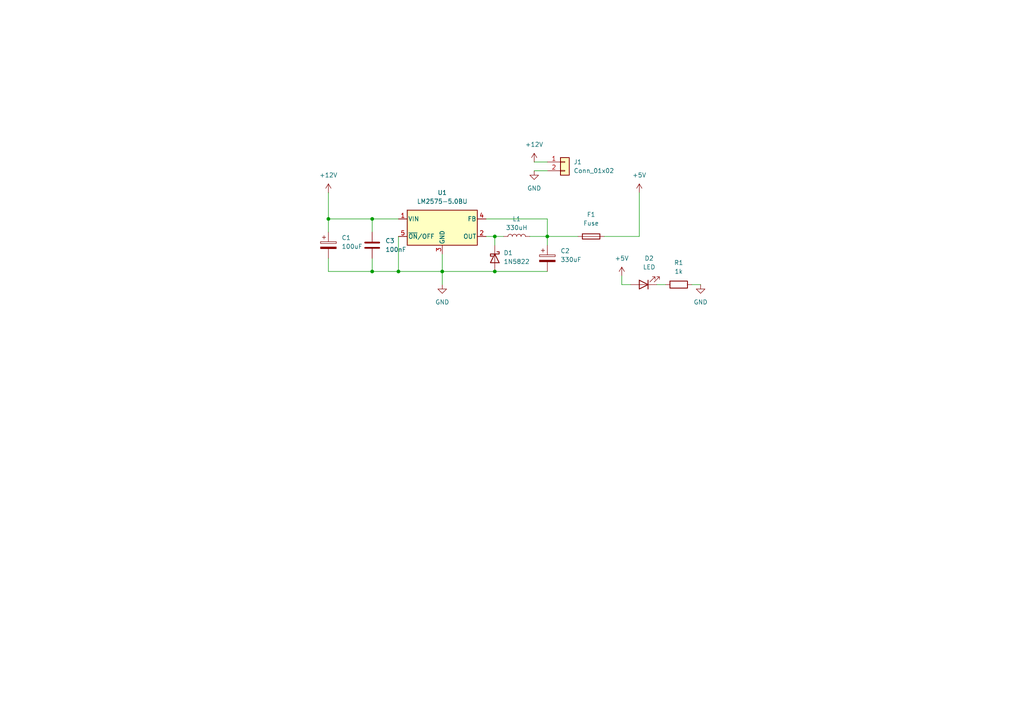
<source format=kicad_sch>
(kicad_sch (version 20250114) (generator "eeschema") (generator_version "9.0")
  (paper "A4")
  (lib_symbols
    (symbol "Connector_Generic:Conn_01x02" (pin_names (offset 1.016) (hide yes))
      (property "Reference" "J" (at 0 2.54 0))
      (property "Value" "Conn_01x02" (at 0 -5.08 0))
      (symbol "Conn_01x02_1_1"
        (rectangle (start -1.27 1.27) (end 1.27 -3.81) (stroke (width 0.254)) (fill (type background)))
        (rectangle (start -1.27 0.127) (end 0 -0.127) (stroke (width 0.1524)))
        (rectangle (start -1.27 -2.413) (end 0 -2.667) (stroke (width 0.1524)))
        (pin passive line (at -5.08 0 0) (length 3.81) (name "Pin_1") (number "1"))
        (pin passive line (at -5.08 -2.54 0) (length 3.81) (name "Pin_2") (number "2"))
      )
    )
    (symbol "Device:C" (pin_numbers (hide yes)) (pin_names (offset 0.254))
      (property "Reference" "C" (at 0.635 2.54 0))
      (property "Value" "C" (at 0.635 -2.54 0))
      (symbol "C_0_1"
        (polyline (pts (xy -2.032 0.762) (xy 2.032 0.762)) (stroke (width 0.508)))
        (polyline (pts (xy -2.032 -0.762) (xy 2.032 -0.762)) (stroke (width 0.508)))
      )
      (symbol "C_1_1"
        (pin passive line (at 0 3.81 270) (length 2.794) (name "~") (number "1"))
        (pin passive line (at 0 -3.81 90) (length 2.794) (name "~") (number "2"))
      )
    )
    (symbol "Device:C_Polarized" (pin_numbers (hide yes)) (pin_names (offset 0.254))
      (property "Reference" "C" (at 0.635 2.54 0))
      (property "Value" "C_Polarized" (at 0.635 -2.54 0))
      (symbol "C_Polarized_0_1"
        (rectangle (start -2.286 0.508) (end 2.286 1.016))
        (polyline (pts (xy -1.778 2.286) (xy -0.762 2.286)))
        (polyline (pts (xy -1.27 2.794) (xy -1.27 1.778)))
        (rectangle (start 2.286 -0.508) (end -2.286 -1.016) (fill (type outline)))
      )
      (symbol "C_Polarized_1_1"
        (pin passive line (at 0 3.81 270) (length 2.794) (name "~") (number "1"))
        (pin passive line (at 0 -3.81 90) (length 2.794) (name "~") (number "2"))
      )
    )
    (symbol "Device:Fuse" (pin_numbers (hide yes)) (pin_names (offset 0))
      (property "Reference" "F" (at 2.032 0 90))
      (property "Value" "Fuse" (at -1.905 0 90))
      (symbol "Fuse_0_1"
        (rectangle (start -0.762 -2.54) (end 0.762 2.54) (stroke (width 0.254)))
        (polyline (pts (xy 0 2.54) (xy 0 -2.54)))
      )
      (symbol "Fuse_1_1"
        (pin passive line (at 0 3.81 270) (length 1.27) (name "~") (number "1"))
        (pin passive line (at 0 -3.81 90) (length 1.27) (name "~") (number "2"))
      )
    )
    (symbol "Device:L" (pin_numbers (hide yes)) (pin_names (offset 1.016) (hide yes))
      (property "Reference" "L" (at -1.27 0 90))
      (property "Value" "L" (at 1.905 0 90))
      (symbol "L_0_1"
        (arc (start 0 2.54) (mid 0.6323 1.905) (end 0 1.27))
        (arc (start 0 1.27) (mid 0.6323 0.635) (end 0 0))
        (arc (start 0 0) (mid 0.6323 -0.635) (end 0 -1.27))
        (arc (start 0 -1.27) (mid 0.6323 -1.905) (end 0 -2.54))
      )
      (symbol "L_1_1"
        (pin passive line (at 0 3.81 270) (length 1.27) (name "1") (number "1"))
        (pin passive line (at 0 -3.81 90) (length 1.27) (name "2") (number "2"))
      )
    )
    (symbol "Device:LED" (pin_numbers (hide yes)) (pin_names (offset 1.016) (hide yes))
      (property "Reference" "D" (at 0 2.54 0))
      (property "Value" "LED" (at 0 -2.54 0))
      (symbol "LED_0_1"
        (polyline (pts (xy -3.048 -0.762) (xy -4.572 -2.286) (xy -3.81 -2.286) (xy -4.572 -2.286) (xy -4.572 -1.524)))
        (polyline (pts (xy -1.778 -0.762) (xy -3.302 -2.286) (xy -2.54 -2.286) (xy -3.302 -2.286) (xy -3.302 -1.524)))
        (polyline (pts (xy -1.27 0) (xy 1.27 0)))
        (polyline (pts (xy -1.27 -1.27) (xy -1.27 1.27)) (stroke (width 0.254)))
        (polyline (pts (xy 1.27 -1.27) (xy 1.27 1.27) (xy -1.27 0) (xy 1.27 -1.27)) (stroke (width 0.254)))
      )
      (symbol "LED_1_1"
        (pin passive line (at -3.81 0 0) (length 2.54) (name "K") (number "1"))
        (pin passive line (at 3.81 0 180) (length 2.54) (name "A") (number "2"))
      )
    )
    (symbol "Device:R" (pin_numbers (hide yes)) (pin_names (offset 0))
      (property "Reference" "R" (at 2.032 0 90))
      (property "Value" "R" (at 0 0 90))
      (symbol "R_0_1"
        (rectangle (start -1.016 -2.54) (end 1.016 2.54) (stroke (width 0.254)))
      )
      (symbol "R_1_1"
        (pin passive line (at 0 3.81 270) (length 1.27) (name "~") (number "1"))
        (pin passive line (at 0 -3.81 90) (length 1.27) (name "~") (number "2"))
      )
    )
    (symbol "Diode:1N5822" (pin_numbers (hide yes)) (pin_names (offset 1.016) (hide yes))
      (property "Reference" "D" (at 0 2.54 0))
      (property "Value" "1N5822" (at 0 -2.54 0))
      (symbol "1N5822_0_1"
        (polyline (pts (xy -1.905 0.635) (xy -1.905 1.27) (xy -1.27 1.27) (xy -1.27 -1.27) (xy -0.635 -1.27) (xy -0.635 -0.635)) (stroke (width 0.254)))
        (polyline (pts (xy 1.27 1.27) (xy 1.27 -1.27) (xy -1.27 0) (xy 1.27 1.27)) (stroke (width 0.254)))
        (polyline (pts (xy 1.27 0) (xy -1.27 0)))
      )
      (symbol "1N5822_1_1"
        (pin passive line (at -3.81 0 0) (length 2.54) (name "K") (number "1"))
        (pin passive line (at 3.81 0 180) (length 2.54) (name "A") (number "2"))
      )
    )
    (symbol "Regulator_Switching:LM2575-5.0BU" (pin_names (offset 0.254))
      (property "Reference" "U" (at -10.16 6.35 0))
      (property "Value" "LM2575-5.0BU" (at 0 6.35 0))
      (symbol "LM2575-5.0BU_0_1"
        (rectangle (start -10.16 5.08) (end 10.16 -5.08) (stroke (width 0.254)) (fill (type background)))
      )
      (symbol "LM2575-5.0BU_1_1"
        (pin power_in line (at -12.7 2.54 0) (length 2.54) (name "VIN") (number "1"))
        (pin input line (at -12.7 -2.54 0) (length 2.54) (name "~{ON}/OFF") (number "5"))
        (pin power_in line (at 0 -7.62 90) (length 2.54) (name "GND") (number "3"))
        (pin input line (at 12.7 2.54 180) (length 2.54) (name "FB") (number "4"))
        (pin output line (at 12.7 -2.54 180) (length 2.54) (name "OUT") (number "2"))
      )
    )
    (symbol "power:+12V" (power) (pin_numbers (hide yes)) (pin_names (offset 0) (hide yes))
      (property "Value" "+12V" (at 0 3.556 0))
      (symbol "+12V_0_1"
        (polyline (pts (xy -0.762 1.27) (xy 0 2.54)))
        (polyline (pts (xy 0 2.54) (xy 0.762 1.27)))
        (polyline (pts (xy 0 0) (xy 0 2.54)))
      )
      (symbol "+12V_1_1"
        (pin power_in line (at 0 0 90) (length 0) (name "~") (number "1"))
      )
    )
    (symbol "power:+5V" (power) (pin_numbers (hide yes)) (pin_names (offset 0) (hide yes))
      (property "Value" "+5V" (at 0 3.556 0))
      (symbol "+5V_0_1"
        (polyline (pts (xy -0.762 1.27) (xy 0 2.54)))
        (polyline (pts (xy 0 2.54) (xy 0.762 1.27)))
        (polyline (pts (xy 0 0) (xy 0 2.54)))
      )
      (symbol "+5V_1_1"
        (pin power_in line (at 0 0 90) (length 0) (name "~") (number "1"))
      )
    )
    (symbol "power:GND" (power) (pin_numbers (hide yes)) (pin_names (offset 0) (hide yes))
      (property "Value" "GND" (at 0 -3.81 0))
      (symbol "GND_0_1"
        (polyline (pts (xy 0 0) (xy 0 -1.27) (xy 1.27 -1.27) (xy 0 -2.54) (xy -1.27 -1.27) (xy 0 -1.27)))
      )
      (symbol "GND_1_1"
        (pin power_in line (at 0 0 270) (length 0) (name "~") (number "1"))
      )
    )
  )
  (junction (at 143.51 68.58))
  (junction (at 143.51 78.74))
  (junction (at 158.75 68.58))
  (junction (at 115.57 78.74))
  (junction (at 95.25 63.5))
  (junction (at 107.95 63.5))
  (junction (at 107.95 78.74))
  (junction (at 128.27 78.74))
  (wire (pts (xy 143.51 68.58) (xy 143.51 71.12)))
  (wire (pts (xy 107.95 63.5) (xy 115.57 63.5)))
  (wire (pts (xy 128.27 78.74) (xy 115.57 78.74)))
  (wire (pts (xy 115.57 68.58) (xy 115.57 78.74)))
  (wire (pts (xy 154.94 49.53) (xy 158.75 49.53)))
  (wire (pts (xy 158.75 68.58) (xy 153.67 68.58)))
  (wire (pts (xy 180.34 82.55) (xy 182.88 82.55)))
  (wire (pts (xy 175.26 68.58) (xy 185.42 68.58)))
  (wire (pts (xy 128.27 73.66) (xy 128.27 78.74)))
  (wire (pts (xy 95.25 74.93) (xy 95.25 78.74)))
  (wire (pts (xy 107.95 67.31) (xy 107.95 63.5)))
  (wire (pts (xy 200.66 82.55) (xy 203.2 82.55)))
  (wire (pts (xy 180.34 80.01) (xy 180.34 82.55)))
  (wire (pts (xy 128.27 82.55) (xy 128.27 78.74)))
  (wire (pts (xy 95.25 78.74) (xy 107.95 78.74)))
  (wire (pts (xy 185.42 55.88) (xy 185.42 68.58)))
  (wire (pts (xy 167.64 68.58) (xy 158.75 68.58)))
  (wire (pts (xy 95.25 63.5) (xy 107.95 63.5)))
  (wire (pts (xy 158.75 63.5) (xy 140.97 63.5)))
  (wire (pts (xy 95.25 63.5) (xy 95.25 67.31)))
  (wire (pts (xy 190.5 82.55) (xy 193.04 82.55)))
  (wire (pts (xy 95.25 55.88) (xy 95.25 63.5)))
  (wire (pts (xy 107.95 78.74) (xy 115.57 78.74)))
  (wire (pts (xy 158.75 68.58) (xy 158.75 63.5)))
  (wire (pts (xy 154.94 46.99) (xy 158.75 46.99)))
  (wire (pts (xy 128.27 78.74) (xy 143.51 78.74)))
  (wire (pts (xy 140.97 68.58) (xy 143.51 68.58)))
  (wire (pts (xy 143.51 78.74) (xy 158.75 78.74)))
  (wire (pts (xy 107.95 74.93) (xy 107.95 78.74)))
  (wire (pts (xy 143.51 68.58) (xy 146.05 68.58)))
  (wire (pts (xy 158.75 71.12) (xy 158.75 68.58)))
  (symbol (lib_id "Regulator_Switching:LM2575-5.0BU") (at 128.27 66.04 0) (unit 1)
    (property "Reference" "U1" (at 128.27 55.88 0))
    (property "Value" "LM2575-5.0BU" (at 128.27 58.42 0))
    (property "Footprint" "Package_TO_SOT_SMD:TO-263-5_TabPin3" (effects (hide yes)))
    (property "Datasheet" "http://ww1.microchip.com/downloads/en/DeviceDoc/lm2575.pdf" (effects (hide yes)))
    (property "Description" "Fixed 5.0V 52kHz Simple 1A Buck Regulator, TO-263" (effects (hide yes)))
  )
  (symbol (lib_id "Device:LED") (at 186.69 82.55 180) (unit 1)
    (property "Reference" "D2" (at 188.2775 74.93 0))
    (property "Value" "LED" (at 188.2775 77.47 0))
    (property "Footprint" "Diode_SMD:D_0805_2012Metric_Pad1.15x1.40mm_HandSolder" (effects (hide yes)))
    (property "Description" "Light emitting diode" (effects (hide yes)))
    (property "Sim.Pins" "1=K 2=A" (effects (hide yes)))
  )
  (symbol (lib_id "Device:R") (at 196.85 82.55 90) (unit 1)
    (property "Reference" "R1" (at 196.85 76.2 90))
    (property "Value" "1k" (at 196.85 78.74 90))
    (property "Footprint" "Resistor_SMD:R_0805_2012Metric_Pad1.20x1.40mm_HandSolder" (effects (hide yes)))
    (property "Description" "Resistor" (effects (hide yes)))
  )
  (symbol (lib_id "Device:C_Polarized") (at 158.75 74.93 0) (unit 1)
    (property "Reference" "C2" (at 162.56 72.7709 0) (effects (justify left)))
    (property "Value" "330uF" (at 162.56 75.3109 0) (effects (justify left)))
    (property "Footprint" "Capacitor_THT:CP_Radial_D6.3mm_P2.50mm" (effects (hide yes)))
    (property "Description" "Polarized capacitor" (effects (hide yes)))
  )
  (symbol (lib_id "Device:Fuse") (at 171.45 68.58 90) (unit 1)
    (property "Reference" "F1" (at 171.45 62.23 90))
    (property "Value" "Fuse" (at 171.45 64.77 90))
    (property "Footprint" "Fuse:Fuse_0805_2012Metric_Pad1.15x1.40mm_HandSolder" (effects (hide yes)))
    (property "Description" "Fuse" (effects (hide yes)))
  )
  (symbol (lib_id "power:+5V") (at 185.42 55.88 0) (unit 1)
    (property "Reference" "#PWR03" (effects (hide yes)))
    (property "Value" "+5V" (at 185.42 50.8 0))
    (property "Description" "Power symbol creates a global label with name \"+5V\"" (effects (hide yes)))
  )
  (symbol (lib_id "Connector_Generic:Conn_01x02") (at 163.83 46.99 0) (unit 1)
    (property "Reference" "J1" (at 166.37 46.9899 0) (effects (justify left)))
    (property "Value" "Conn_01x02" (at 166.37 49.5299 0) (effects (justify left)))
    (property "Footprint" "Connector_JST:JST_XH_B2B-XH-A_1x02_P2.50mm_Vertical" (effects (hide yes)))
    (property "Description" "Generic connector, single row, 01x02, script generated (kicad-library-utils/schlib/autogen/connector/)" (effects (hide yes)))
  )
  (symbol (lib_id "Diode:1N5822") (at 143.51 74.93 270) (unit 1)
    (property "Reference" "D1" (at 146.05 73.3424 90) (effects (justify left)))
    (property "Value" "1N5822" (at 146.05 75.8824 90) (effects (justify left)))
    (property "Footprint" "Diode_THT:D_DO-201AD_P15.24mm_Horizontal" (effects (hide yes)))
    (property "Datasheet" "http://www.vishay.com/docs/88526/1n5820.pdf" (effects (hide yes)))
    (property "Description" "40V 3A Schottky Barrier Rectifier Diode, DO-201AD" (effects (hide yes)))
  )
  (symbol (lib_id "Device:C") (at 107.95 71.12 0) (unit 1)
    (property "Reference" "C3" (at 111.76 69.8499 0) (effects (justify left)))
    (property "Value" "100nF" (at 111.76 72.3899 0) (effects (justify left)))
    (property "Footprint" "Capacitor_SMD:C_0805_2012Metric_Pad1.18x1.45mm_HandSolder" (effects (hide yes)))
    (property "Description" "Unpolarized capacitor" (effects (hide yes)))
  )
  (symbol (lib_id "power:+12V") (at 95.25 55.88 0) (unit 1)
    (property "Reference" "#PWR01" (effects (hide yes)))
    (property "Value" "+12V" (at 95.25 50.8 0))
    (property "Description" "Power symbol creates a global label with name \"+12V\"" (effects (hide yes)))
  )
  (symbol (lib_id "power:+5V") (at 180.34 80.01 0) (unit 1)
    (property "Reference" "#PWR04" (effects (hide yes)))
    (property "Value" "+5V" (at 180.34 74.93 0))
    (property "Description" "Power symbol creates a global label with name \"+5V\"" (effects (hide yes)))
  )
  (symbol (lib_id "Device:L") (at 149.86 68.58 90) (unit 1)
    (property "Reference" "L1" (at 149.86 63.5 90))
    (property "Value" "330uH" (at 149.86 66.04 90))
    (property "Footprint" "Inductor_SMD:L_Neosid_SM-NE127_HandSoldering" (effects (hide yes)))
    (property "Description" "Inductor" (effects (hide yes)))
  )
  (symbol (lib_id "power:GND") (at 203.2 82.55 0) (unit 1)
    (property "Reference" "#PWR05" (effects (hide yes)))
    (property "Value" "GND" (at 203.2 87.63 0))
    (property "Description" "Power symbol creates a global label with name \"GND\" , ground" (effects (hide yes)))
  )
  (symbol (lib_id "Device:C_Polarized") (at 95.25 71.12 0) (unit 1)
    (property "Reference" "C1" (at 99.06 68.9609 0) (effects (justify left)))
    (property "Value" "100uF" (at 99.06 71.5009 0) (effects (justify left)))
    (property "Footprint" "Capacitor_THT:CP_Radial_D6.3mm_P2.50mm" (effects (hide yes)))
    (property "Description" "Polarized capacitor" (effects (hide yes)))
  )
  (symbol (lib_id "power:GND") (at 128.27 82.55 0) (unit 1)
    (property "Reference" "#PWR02" (effects (hide yes)))
    (property "Value" "GND" (at 128.27 87.63 0))
    (property "Description" "Power symbol creates a global label with name \"GND\" , ground" (effects (hide yes)))
  )
  (symbol (lib_id "power:GND") (at 154.94 49.53 0) (unit 1)
    (property "Reference" "#PWR07" (effects (hide yes)))
    (property "Value" "GND" (at 154.94 54.61 0))
    (property "Description" "Power symbol creates a global label with name \"GND\" , ground" (effects (hide yes)))
  )
  (symbol (lib_id "power:+12V") (at 154.94 46.99 0) (unit 1)
    (property "Reference" "#PWR06" (effects (hide yes)))
    (property "Value" "+12V" (at 154.94 41.91 0))
    (property "Description" "Power symbol creates a global label with name \"+12V\"" (effects (hide yes)))
  )
)
</source>
